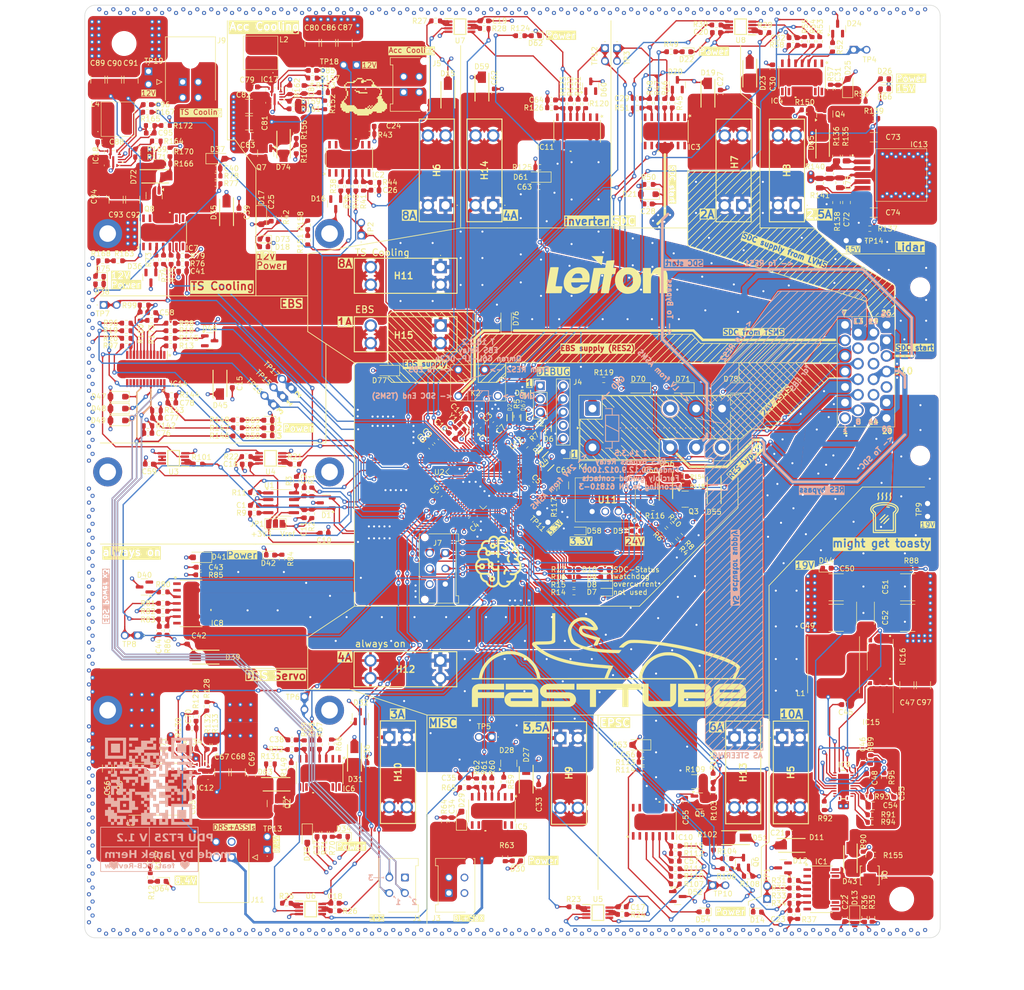
<source format=kicad_pcb>
(kicad_pcb
	(version 20240108)
	(generator "pcbnew")
	(generator_version "8.0")
	(general
		(thickness 1.6)
		(legacy_teardrops no)
	)
	(paper "A3")
	(title_block
		(title "PDU FT25")
		(date "2025-01-15")
		(rev "V1.2")
		(company "Janek Herm")
		(comment 1 "FasTTUBe Electronics")
	)
	(layers
		(0 "F.Cu" signal)
		(1 "In1.Cu" power)
		(2 "In2.Cu" signal)
		(31 "B.Cu" mixed)
		(32 "B.Adhes" user "B.Adhesive")
		(33 "F.Adhes" user "F.Adhesive")
		(34 "B.Paste" user)
		(35 "F.Paste" user)
		(36 "B.SilkS" user "B.Silkscreen")
		(37 "F.SilkS" user "F.Silkscreen")
		(38 "B.Mask" user)
		(39 "F.Mask" user)
		(40 "Dwgs.User" user "User.Drawings")
		(41 "Cmts.User" user "User.Comments")
		(42 "Eco1.User" user "User.Eco1")
		(43 "Eco2.User" user "User.Eco2")
		(44 "Edge.Cuts" user)
		(45 "Margin" user)
		(46 "B.CrtYd" user "B.Courtyard")
		(47 "F.CrtYd" user "F.Courtyard")
		(48 "B.Fab" user)
		(49 "F.Fab" user)
		(50 "User.1" user)
		(51 "User.2" user)
		(52 "User.3" user)
		(53 "User.4" user)
		(54 "User.5" user)
		(55 "User.6" user)
		(56 "User.7" user)
		(57 "User.8" user)
		(58 "User.9" user)
	)
	(setup
		(stackup
			(layer "F.SilkS"
				(type "Top Silk Screen")
			)
			(layer "F.Paste"
				(type "Top Solder Paste")
			)
			(layer "F.Mask"
				(type "Top Solder Mask")
				(thickness 0.01)
			)
			(layer "F.Cu"
				(type "copper")
				(thickness 0.035)
			)
			(layer "dielectric 1"
				(type "prepreg")
				(thickness 0.1)
				(material "FR4")
				(epsilon_r 4.5)
				(loss_tangent 0.02)
			)
			(layer "In1.Cu"
				(type "copper")
				(thickness 0.035)
			)
			(layer "dielectric 2"
				(type "core")
				(thickness 1.24)
				(material "FR4")
				(epsilon_r 4.5)
				(loss_tangent 0.02)
			)
			(layer "In2.Cu"
				(type "copper")
				(thickness 0.035)
			)
			(layer "dielectric 3"
				(type "prepreg")
				(thickness 0.1)
				(material "FR4")
				(epsilon_r 4.5)
				(loss_tangent 0.02)
			)
			(layer "B.Cu"
				(type "copper")
				(thickness 0.035)
			)
			(layer "B.Mask"
				(type "Bottom Solder Mask")
				(thickness 0.01)
			)
			(layer "B.Paste"
				(type "Bottom Solder Paste")
			)
			(layer "B.SilkS"
				(type "Bottom Silk Screen")
			)
			(copper_finish "None")
			(dielectric_constraints no)
		)
		(pad_to_mask_clearance 0)
		(allow_soldermask_bridges_in_footprints no)
		(pcbplotparams
			(layerselection 0x00010fc_ffffffff)
			(plot_on_all_layers_selection 0x0000000_00000000)
			(disableapertmacros no)
			(usegerberextensions no)
			(usegerberattributes yes)
			(usegerberadvancedattributes yes)
			(creategerberjobfile no)
			(dashed_line_dash_ratio 12.000000)
			(dashed_line_gap_ratio 3.000000)
			(svgprecision 4)
			(plotframeref no)
			(viasonmask no)
			(mode 1)
			(useauxorigin yes)
			(hpglpennumber 1)
			(hpglpenspeed 20)
			(hpglpendiameter 15.000000)
			(pdf_front_fp_property_popups yes)
			(pdf_back_fp_property_popups yes)
			(dxfpolygonmode yes)
			(dxfimperialunits yes)
			(dxfusepcbnewfont yes)
			(psnegative no)
			(psa4output no)
			(plotreference yes)
			(plotvalue no)
			(plotfptext yes)
			(plotinvisibletext no)
			(sketchpadsonfab no)
			(subtractmaskfromsilk yes)
			(outputformat 1)
			(mirror no)
			(drillshape 0)
			(scaleselection 1)
			(outputdirectory "gerber/")
		)
	)
	(net 0 "")
	(net 1 "GND")
	(net 2 "+3V3")
	(net 3 "stdCAN_H")
	(net 4 "/MCU/Vref")
	(net 5 "stdCAN_L")
	(net 6 "/MCU/NRST")
	(net 7 "Net-(D11-A2)")
	(net 8 "/powerstages/P_Out6a")
	(net 9 "/powerstages/IS4")
	(net 10 "Net-(D15-A2)")
	(net 11 "/connectors/P_Out1")
	(net 12 "/powerstages/IS1")
	(net 13 "Net-(D19-A2)")
	(net 14 "/powerstages/IS10")
	(net 15 "Net-(D23-A2)")
	(net 16 "/powerstages/P_Out9a")
	(net 17 "/powerstages/IS7")
	(net 18 "Net-(D27-A2)")
	(net 19 "/connectors/P_Out8")
	(net 20 "/powerstages/IS8")
	(net 21 "Net-(D31-A2)")
	(net 22 "/powerstages/P_Out5a")
	(net 23 "/powerstages/IS3")
	(net 24 "Net-(D35-A2)")
	(net 25 "/connectors/P_Out2")
	(net 26 "/powerstages/IS2")
	(net 27 "/connectors/P_Out9")
	(net 28 "/powerstages/IS9")
	(net 29 "Net-(IC9-CBOOT)")
	(net 30 "Net-(IC9-SW)")
	(net 31 "Net-(IC9-VCC)")
	(net 32 "Net-(D43-K)")
	(net 33 "Net-(IC9-PFM{slash}SYNC)")
	(net 34 "/connectors/P_Out4")
	(net 35 "Net-(C53-Pad2)")
	(net 36 "Net-(IC9-EXTCOMP)")
	(net 37 "Net-(D51-A2)")
	(net 38 "/connectors/P_Out5")
	(net 39 "/powerstages/IS5")
	(net 40 "Net-(D56-K)")
	(net 41 "Net-(D59-A2)")
	(net 42 "/connectors/P_Out6")
	(net 43 "/powerstages/IS6")
	(net 44 "Net-(IC12-SW)")
	(net 45 "Net-(IC12-BOOT)")
	(net 46 "/connectors/P_Out3")
	(net 47 "Net-(D63-K)")
	(net 48 "Net-(IC12-FB)")
	(net 49 "Net-(IC12-SS)")
	(net 50 "/connectors/P_Out7")
	(net 51 "Net-(IC13-FB)")
	(net 52 "Net-(D65-K)")
	(net 53 "Net-(IC13-SS)")
	(net 54 "/MCU/SWCLK")
	(net 55 "/MCU/SWDIO")
	(net 56 "/MCU/UART_RX")
	(net 57 "/MCU/UART_TX")
	(net 58 "Net-(D7-A)")
	(net 59 "Net-(D8-A)")
	(net 60 "Net-(D9-A)")
	(net 61 "Net-(D10-A)")
	(net 62 "Net-(D12-A)")
	(net 63 "unconnected-(D12-NC-Pad2)")
	(net 64 "Net-(D14-A)")
	(net 65 "Net-(D16-A)")
	(net 66 "unconnected-(D16-NC-Pad2)")
	(net 67 "Net-(D18-A)")
	(net 68 "Net-(D20-A)")
	(net 69 "unconnected-(D20-NC-Pad2)")
	(net 70 "Net-(D22-A)")
	(net 71 "Net-(D24-A)")
	(net 72 "unconnected-(D24-NC-Pad2)")
	(net 73 "Net-(D26-A)")
	(net 74 "Net-(D28-A)")
	(net 75 "unconnected-(D28-NC-Pad2)")
	(net 76 "Net-(D30-A)")
	(net 77 "unconnected-(D32-NC-Pad2)")
	(net 78 "Net-(D32-A)")
	(net 79 "Net-(D34-A)")
	(net 80 "Net-(D36-A)")
	(net 81 "unconnected-(D36-NC-Pad2)")
	(net 82 "Net-(D38-A)")
	(net 83 "Net-(D43-A)")
	(net 84 "Net-(D44-A)")
	(net 85 "Net-(D45-A2)")
	(net 86 "/powerstages/IS11")
	(net 87 "/connectors/P_Out12")
	(net 88 "unconnected-(D52-NC-Pad2)")
	(net 89 "Net-(D52-A)")
	(net 90 "Net-(D54-A)")
	(net 91 "Net-(D56-A)")
	(net 92 "Net-(D57-A)")
	(net 93 "Net-(D58-A)")
	(net 94 "unconnected-(D60-NC-Pad2)")
	(net 95 "Net-(D60-A)")
	(net 96 "Net-(D62-A)")
	(net 97 "Net-(D63-A)")
	(net 98 "Net-(D64-A)")
	(net 99 "Net-(D65-A)")
	(net 100 "Net-(D66-A)")
	(net 101 "/connectors/P_Out11")
	(net 102 "/connectors/P_Out10")
	(net 103 "Net-(D46-A)")
	(net 104 "+24V")
	(net 105 "Net-(IC1-IS)")
	(net 106 "Net-(IC1-GND)")
	(net 107 "Net-(IC1-IN)")
	(net 108 "Net-(IC1-DEN)")
	(net 109 "Net-(IC2-IS)")
	(net 110 "Net-(IC2-IN)")
	(net 111 "Net-(IC2-DEN)")
	(net 112 "Net-(IC2-GND)")
	(net 113 "Net-(IC3-IN)")
	(net 114 "Net-(IC3-GND)")
	(net 115 "Net-(IC3-IS)")
	(net 116 "Net-(IC3-DEN)")
	(net 117 "Net-(IC4-IN)")
	(net 118 "Net-(IC4-GND)")
	(net 119 "Net-(IC4-IS)")
	(net 120 "Net-(IC4-DEN)")
	(net 121 "Net-(IC5-GND)")
	(net 122 "Net-(IC5-DEN)")
	(net 123 "Net-(IC5-IS)")
	(net 124 "Net-(IC5-IN)")
	(net 125 "Net-(IC6-GND)")
	(net 126 "Net-(IC6-IN)")
	(net 127 "Net-(IC6-DEN)")
	(net 128 "Net-(IC6-IS)")
	(net 129 "Net-(IC7-IN)")
	(net 130 "Net-(IC7-IS)")
	(net 131 "Net-(IC7-GND)")
	(net 132 "Net-(IC7-DEN)")
	(net 133 "Net-(IC9-CNFG)")
	(net 134 "Net-(IC9-PG{slash}SYNCOUT)")
	(net 135 "Net-(IC9-RT)")
	(net 136 "Net-(IC9-ISNS+)")
	(net 137 "Net-(IC9-HO)")
	(net 138 "Net-(IC9-LO)")
	(net 139 "Net-(IC9-FB)")
	(net 140 "Net-(IC10-IS)")
	(net 141 "Net-(IC10-IN)")
	(net 142 "Net-(IC10-DEN)")
	(net 143 "Net-(IC10-GND)")
	(net 144 "Net-(IC11-DEN)")
	(net 145 "Net-(IC11-IS)")
	(net 146 "Net-(IC11-IN)")
	(net 147 "Net-(IC11-GND)")
	(net 148 "Net-(IC12-PG)")
	(net 149 "Net-(IC12-MODE)")
	(net 150 "Net-(IC12-EN)")
	(net 151 "Net-(IC13-RON)")
	(net 152 "Net-(IC13-EN)")
	(net 153 "/MCU/SWO")
	(net 154 "FDCAN_H")
	(net 155 "FDCAN_L")
	(net 156 "/RBR/SDC bypass")
	(net 157 "24V ASMS")
	(net 158 "Net-(JP1-C)")
	(net 159 "unconnected-(K1-Pad12)")
	(net 160 "unconnected-(K1-Pad24)")
	(net 161 "Net-(K1-PadA1)")
	(net 162 "unconnected-(D46-NC-Pad2)")
	(net 163 "Net-(IC14-DSEL1)")
	(net 164 "Net-(Q5-D)")
	(net 165 "Net-(Q5-G)")
	(net 166 "Net-(Q6-G)")
	(net 167 "Net-(Q6-D)")
	(net 168 "Net-(U1-Rs)")
	(net 169 "Net-(U2-PA0)")
	(net 170 "Net-(U2-BOOT0)")
	(net 171 "Net-(U2-PC0)")
	(net 172 "Net-(U2-PA11)")
	(net 173 "/MCU/CAN_RX")
	(net 174 "/MCU/CAN_TX")
	(net 175 "Net-(U2-PA12)")
	(net 176 "unconnected-(U2-PB7-Pad59)")
	(net 177 "unconnected-(U2-PA15-Pad50)")
	(net 178 "/MCU/STATUS_LED1")
	(net 179 "/MCU/STATUS_LED2")
	(net 180 "/MCU/STATUS_LED3")
	(net 181 "/MCU/STATUS_LED4")
	(net 182 "Net-(R12-Pad1)")
	(net 183 "Net-(U4A--)")
	(net 184 "/MCU/ISENSE1")
	(net 185 "Net-(U4B--)")
	(net 186 "/MCU/ISENSE2")
	(net 187 "/MCU/ISENSE3")
	(net 188 "Net-(U5A--)")
	(net 189 "Net-(U5B--)")
	(net 190 "/MCU/ISENSE4")
	(net 191 "/MCU/ISENSE5")
	(net 192 "Net-(U6A--)")
	(net 193 "Net-(U6B--)")
	(net 194 "/MCU/ISENSE6")
	(net 195 "/MCU/ISENSE7")
	(net 196 "Net-(U7A--)")
	(net 197 "Net-(U7B--)")
	(net 198 "/MCU/ISENSE8")
	(net 199 "/MCU/ISENSE9")
	(net 200 "Net-(U8A--)")
	(net 201 "Net-(U8B--)")
	(net 202 "/MCU/ISENSE10")
	(net 203 "/MCU/IN4")
	(net 204 "/MCU/IN1")
	(net 205 "/MCU/IN10")
	(net 206 "/MCU/IN7")
	(net 207 "/MCU/IN8")
	(net 208 "/MCU/IN3")
	(net 209 "/MCU/IN2")
	(net 210 "/MCU/IN9")
	(net 211 "/MCU/IN11")
	(net 212 "/MCU/IN12")
	(net 213 "/MCU/IN13")
	(net 214 "/MCU/PC_Read")
	(net 215 "/MCU/PC_EN")
	(net 216 "/MCU/IN5")
	(net 217 "/MCU/IN6")
	(net 218 "/MCU/XTAL_OUT")
	(net 219 "unconnected-(U2-PC5-Pad25)")
	(net 220 "Net-(IC14-GND)")
	(net 221 "unconnected-(U2-PC12-Pad53)")
	(net 222 "Net-(IC14-DEN)")
	(net 223 "Net-(IC14-IN2)")
	(net 224 "/MCU/XTAL_IN")
	(net 225 "unconnected-(U2-PD2-Pad54)")
	(net 226 "unconnected-(IC14-OUT3-Pad13)")
	(net 227 "Net-(IC14-IN0)")
	(net 228 "Net-(IC14-IN3)")
	(net 229 "Net-(IC14-DSEL0)")
	(net 230 "Net-(IC14-IN1)")
	(net 231 "Net-(IC14-IS)")
	(net 232 "/MCU/DSEL0")
	(net 233 "/MCU/DSEL1")
	(net 234 "Net-(U3A--)")
	(net 235 "/MCU/ISENSE11")
	(net 236 "Net-(U3B--)")
	(net 237 "unconnected-(IC9-NC_1-Pad1)")
	(net 238 "unconnected-(IC9-NC_2-Pad2)")
	(net 239 "unconnected-(IC9-NC_4-Pad23)")
	(net 240 "unconnected-(IC9-NC_3-Pad22)")
	(net 241 "unconnected-(IC9-NC_5-Pad24)")
	(net 242 "Net-(D50-A)")
	(net 243 "Net-(D68-A)")
	(net 244 "Net-(D69-A)")
	(net 245 "/connectors/P_Out14")
	(net 246 "/connectors/P_Out13")
	(net 247 "Net-(IC17-SW)")
	(net 248 "Net-(IC17-BOOT)")
	(net 249 "Net-(D72-K)")
	(net 250 "Net-(IC17-FB)")
	(net 251 "Net-(IC17-SS)")
	(net 252 "Net-(IC18-BOOT)")
	(net 253 "Net-(IC18-SW)")
	(net 254 "Net-(D74-K)")
	(net 255 "Net-(IC18-FB)")
	(net 256 "Net-(IC18-SS)")
	(net 257 "Net-(D72-A)")
	(net 258 "Net-(D73-A)")
	(net 259 "Net-(D74-A)")
	(net 260 "Net-(D75-A)")
	(net 261 "Net-(IC17-PG)")
	(net 262 "Net-(IC17-MODE)")
	(net 263 "Net-(IC17-EN)")
	(net 264 "Net-(IC18-PG)")
	(net 265 "Net-(IC18-MODE)")
	(net 266 "Net-(IC18-EN)")
	(net 267 "Net-(R151-Pad2)")
	(net 268 "Net-(R163-Pad2)")
	(net 269 "EBS supply")
	(net 270 "AS actuator supply")
	(net 271 "unconnected-(IC1-NC-Pad7)")
	(net 272 "unconnected-(IC1-NC-Pad1)")
	(net 273 "unconnected-(IC1-NC-Pad14)")
	(net 274 "unconnected-(IC1-NC-Pad8)")
	(net 275 "unconnected-(IC1-NC-Pad9)")
	(net 276 "unconnected-(IC1-NC-Pad13)")
	(net 277 "unconnected-(IC1-NC-Pad2)")
	(net 278 "unconnected-(IC2-NC-Pad2)")
	(net 279 "unconnected-(IC2-NC-Pad7)")
	(net 280 "unconnected-(IC2-NC-Pad8)")
	(net 281 "unconnected-(IC2-NC-Pad14)")
	(net 282 "unconnected-(IC2-NC-Pad1)")
	(net 283 "unconnected-(IC2-NC-Pad9)")
	(net 284 "unconnected-(IC2-NC-Pad13)")
	(net 285 "unconnected-(IC3-NC-Pad8)")
	(net 286 "unconnected-(IC3-NC-Pad1)")
	(net 287 "unconnected-(IC3-NC-Pad7)")
	(net 288 "unconnected-(IC3-NC-Pad14)")
	(net 289 "unconnected-(IC3-NC-Pad13)")
	(net 290 "unconnected-(IC3-NC-Pad9)")
	(net 291 "unconnected-(IC3-NC-Pad2)")
	(net 292 "unconnected-(IC4-NC-Pad2)")
	(net 293 "unconnected-(IC4-NC-Pad1)")
	(net 294 "unconnected-(IC4-NC-Pad13)")
	(net 295 "unconnected-(IC4-NC-Pad7)")
	(net 296 "unconnected-(IC4-NC-Pad9)")
	(net 297 "unconnected-(IC4-NC-Pad8)")
	(net 298 "unconnected-(IC4-NC-Pad14)")
	(net 299 "unconnected-(IC5-NC-Pad1)")
	(net 300 "unconnected-(IC5-NC-Pad8)")
	(net 301 "unconnected-(IC5-NC-Pad9)")
	(net 302 "unconnected-(IC5-NC-Pad14)")
	(net 303 "unconnected-(IC5-NC-Pad13)")
	(net 304 "unconnected-(IC5-NC-Pad2)")
	(net 305 "unconnected-(IC5-NC-Pad7)")
	(net 306 "unconnected-(IC6-NC-Pad14)")
	(net 307 "unconnected-(IC6-NC-Pad2)")
	(net 308 "unconnected-(IC6-NC-Pad7)")
	(net 309 "unconnected-(IC6-NC-Pad1)")
	(net 310 "unconnected-(IC6-NC-Pad9)")
	(net 311 "unconnected-(IC6-NC-Pad8)")
	(net 312 "unconnected-(IC6-NC-Pad13)")
	(net 313 "unconnected-(IC7-NC-Pad1)")
	(net 314 "unconnected-(IC7-NC-Pad9)")
	(net 315 "unconnected-(IC7-NC-Pad14)")
	(net 316 "unconnected-(IC7-NC-Pad13)")
	(net 317 "unconnected-(IC7-NC-Pad7)")
	(net 318 "unconnected-(IC7-NC-Pad8)")
	(net 319 "unconnected-(IC7-NC-Pad2)")
	(net 320 "unconnected-(IC10-NC-Pad14)")
	(net 321 "unconnected-(IC10-NC-Pad8)")
	(net 322 "unconnected-(IC10-NC-Pad13)")
	(net 323 "unconnected-(IC10-NC-Pad9)")
	(net 324 "unconnected-(IC10-NC-Pad1)")
	(net 325 "unconnected-(IC10-NC-Pad7)")
	(net 326 "unconnected-(IC10-NC-Pad2)")
	(net 327 "unconnected-(IC11-NC-Pad1)")
	(net 328 "unconnected-(IC11-NC-Pad13)")
	(net 329 "unconnected-(IC11-NC-Pad2)")
	(net 330 "unconnected-(IC11-NC-Pad7)")
	(net 331 "unconnected-(IC11-NC-Pad9)")
	(net 332 "unconnected-(IC11-NC-Pad8)")
	(net 333 "unconnected-(IC11-NC-Pad14)")
	(net 334 "unconnected-(IC14-NC-Pad21)")
	(net 335 "unconnected-(IC14-NC-Pad19)")
	(net 336 "unconnected-(IC14-NC-Pad15)")
	(net 337 "unconnected-(IC14-NC-Pad18)")
	(net 338 "unconnected-(IC14-NC-Pad23)")
	(net 339 "unconnected-(IC14-NC-Pad22)")
	(net 340 "unconnected-(IC14-NC-Pad14)")
	(net 341 "unconnected-(IC14-NC-Pad12)")
	(net 342 "unconnected-(IC14-NC-Pad1)")
	(net 343 "unconnected-(IC14-NC-Pad16)")
	(net 344 "/EBSR/EBS power")
	(net 345 "unconnected-(U2-PC14-Pad3)")
	(net 346 "unconnected-(U2-PC15-Pad4)")
	(net 347 "unconnected-(U2-PC13-Pad2)")
	(net 348 "Net-(R100-Pad1)")
	(net 349 "/RBR/RES")
	(net 350 "TSMS SDC")
	(net 351 "unconnected-(IC14-NC-Pad3)")
	(net 352 "unconnected-(U2-PB0-Pad26)")
	(net 353 "Net-(D39-A2)")
	(net 354 "unconnected-(D40-NC-Pad2)")
	(net 355 "Net-(D40-A)")
	(net 356 "Net-(D42-A)")
	(net 357 "unconnected-(IC8-NC-Pad8)")
	(net 358 "unconnected-(IC8-NC-Pad13)")
	(net 359 "Net-(IC8-IN)")
	(net 360 "unconnected-(IC8-NC-Pad9)")
	(net 361 "unconnected-(IC8-NC-Pad1)")
	(net 362 "Net-(IC8-DEN)")
	(net 363 "Net-(IC8-GND)")
	(net 364 "Net-(IC8-IS)")
	(net 365 "unconnected-(IC8-NC-Pad2)")
	(net 366 "unconnected-(IC8-NC-Pad14)")
	(net 367 "unconnected-(IC8-NC-Pad7)")
	(net 368 "unconnected-(J10-Pin_15-Pad15)")
	(net 369 "unconnected-(J10-Pin_17-Pad17)")
	(footprint "5025:5025" (layer "F.Cu") (at 165.32 98.46 90))
	(footprint "Resistor_SMD:R_0603_1608Metric" (layer "F.Cu") (at 161.375 88.955 90))
	(footprint "Resistor_SMD:R_0603_1608Metric" (layer "F.Cu") (at 128.645 103.135 -90))
	(footprint "Capacitor_SMD:C_1210_3225Metric" (layer "F.Cu") (at 162.225 61.275 90))
	(footprint "BTT6010-1ERB:SOIC14_BTT6010-1ERB_INF" (layer "F.Cu") (at 163.019 83.649799 90))
	(footprint "824501241:DIOM5127X250N" (layer "F.Cu") (at 139.345 93.995 -90))
	(footprint "Resistor_SMD:R_0603_1608Metric" (layer "F.Cu") (at 122.555 83.275))
	(footprint "Package_TO_SOT_SMD:SOT-23" (layer "F.Cu") (at 124.75 106.535 -90))
	(footprint "Package_TO_SOT_SMD:SOT-23" (layer "F.Cu") (at 165.14 191.314998 90))
	(footprint "Resistor_SMD:R_0603_1608Metric" (layer "F.Cu") (at 135.615001 196.775 90))
	(footprint "Resistor_SMD:R_0603_1608Metric" (layer "F.Cu") (at 155.915 68.065))
	(footprint "Capacitor_SMD:C_1210_3225Metric" (layer "F.Cu") (at 143.685 76.725 180))
	(footprint "Resistor_SMD:R_0603_1608Metric" (layer "F.Cu") (at 135.545001 189.315 -90))
	(footprint "LED_SMD:LED_0603_1608Metric" (layer "F.Cu") (at 266.295 70.155 180))
	(footprint "brain:heart" (layer "F.Cu") (at 117.6 220.05))
	(footprint "Resistor_SMD:R_0603_1608Metric" (layer "F.Cu") (at 127.585 77.225))
	(footprint "ESD321DYAR:SODFL1608X77N" (layer "F.Cu") (at 193.99 133.625 -90))
	(footprint "Diode_SMD:D_SOD-123F" (layer "F.Cu") (at 218.94 127.854999 180))
	(footprint "5025:5025" (layer "F.Cu") (at 147.190001 216.99 90))
	(footprint "Resistor_SMD:R_0603_1608Metric" (layer "F.Cu") (at 147.805 200.415))
	(footprint "5025:5025" (layer "F.Cu") (at 261.38 99.44 180))
	(footprint "MountingHole:MountingHole_3.2mm_M3_DIN965_Pad" (layer "F.Cu") (at 116.41 144.08 -90))
	(footprint "Resistor_SMD:R_0603_1608Metric" (layer "F.Cu") (at 254.645 208.515 -90))
	(footprint "3557-15:355715" (layer "F.Cu") (at 180.58 180.485 180))
	(footprint "Resistor_SMD:R_0603_1608Metric" (layer "F.Cu") (at 264.205001 75.855))
	(footprint "Capacitor_SMD:C_0603_1608Metric" (layer "F.Cu") (at 156.795 213.675001 -90))
	(footprint "Resistor_SMD:R_0603_1608Metric" (layer "F.Cu") (at 120.005477 118.297452))
	(footprint "MountingHole:MountingHole_4.3mm_M4" (layer "F.Cu") (at 119.575 226.345))
	(footprint "Capacitor_SMD:C_1210_3225Metric" (layer "F.Cu") (at 138.414747 202.063428 90))
	(footprint "Diode_SMD:D_SOD-123F" (layer "F.Cu") (at 146.065 94.88 -90))
	(footprint "Capacitor_SMD:C_0603_1608Metric" (layer "F.Cu") (at 185.205 203.145 180))
	(footprint "Resistor_SMD:R_0603_1608Metric" (layer "F.Cu") (at 225.925 220.675))
	(footprint "Resistor_SMD:R_0603_1608Metric"
		(layer "F.Cu")
		(uuid "15025461-dcc7-4f61-9542-8f8e8ec99700")
		(at 154.995 99.365 90)
		(descr "Resistor SMD 0603 (1608 Metric), square (rectangular) end terminal, IPC_7351 nominal, (Body size source: IPC-SM-782 page 72, https://www.pcb-3d.com/wordpress/wp-content/uploads/ipc-sm-782a_amendment_1_and_2.pdf), generated with kicad-footprint-generator")
		(tags "resistor")
		(property "Reference" "R151"
			(at -0.65 -1.42 90)
			(layer "F.SilkS")
			(uuid "122f886c-686c-4dca-9df4-687a2b60e366")
			(effects
				(font
					(size 1 1)
					(thickness 0.15)
				)
			)
		)
		(property "Value" "1k"
			(at 0 1.43 90)
			(layer "F.Fab")
			(uuid "a592b584-abae-4bea-8bc8-0a8ffebe0b80")
			(effects
				(font
					(size 1 1)
					(thickness 0.15)
				)
			)
		)
		(property "Footprint" "Resistor_SMD:R_0603_1608Metric"
			(at 0 0 90)
			(unlocked yes)
			(layer "F.Fab")
			(hide yes)
			(uuid "1c5f638a-4832-4642-88d6-97d1baf0f576")
			(effects
				(font
					(size 1.27 1.27)
					(thickness 0.15)
				)
			)
		)
		(property "Datasheet" ""
			(at 0 0 90)
			(unlocked yes)
			(layer "F.Fab")
			(hide yes)
			(uuid "59d60a19-0eeb-4754-9aba-e42d43305fa7")
			(effects
				(font
					(size 1.27 1.27)
					(thickness 0.15)
				)
			)
		)
		(property "Description" "Resistor, small symbol"
			(at 0 0 90)
			(unlocked yes)
			(layer "F.Fab")
			(hide yes)
			(uuid "33615a10-7215-4795-96b9-fa93cea6c121")
			(effects
				(font
					(size 1.27 1.27)
					(thickness 0.15)
				)
			)
		)
		(property ki_fp_filters "R_*")
		(path "/780d04e9-366d-4b48-88f6-229428c96c3a/2688228a-78b0-463b-82bd-42a0dedab640/a31b0199-c63c-4e83-8127-1fac1a9facaf")
		(sheetname "ACC pump DCDC")
		(sheetfile "pumpDCDC.kicad_sch")
		(attr smd)
		(fp_line
			(start -0.237258 -0.5225)
			(end 0.237258 -0.5225)
			(stroke
				(width 0.12)
				(type solid)
			)
			(layer "F.SilkS")
			(uuid "dc8e5fd8-4ca3-4c1d-b1f5-6eaae540711d")
		)
		(fp_line
			(start -0.237258 0.5225)
			(end 0.237258 0.5225)
			(stroke
				(width 0.12)
				(type solid)
			)
			(layer "F.SilkS")
			(uuid "6c0a18d3-6077-4bcb-825a-872d2e6b7716")
		)
		(fp_line
			(start 1.48 -0.73)
			(end 1.48 0.73)
			(stroke
				(width 0.05)
				(type solid)
			)
			(layer "F.CrtYd")
			(uuid "7313f3b4-9a54-4d87-8c75-088e5090a017")
		)
		(fp_line
			(start -1.48 -0.73)
			(end 1.48 -0.73)
			(stroke
				(width 0.05)
				(type solid)
			)
			(layer "F.CrtYd")
			(uuid "6af3927a-7d15-47f2-a5a0-8445f1b4c182")
		)
		(fp_line
			(start 1.48 0.73)
			(end -1.48 0.73)
			(stroke
				(width 0.05)
				(type solid)
			)
			(layer "F.CrtYd")
			(uuid "72e13f33-6639-4f39-84e2-7a3d4ba4715a")
		)
		(fp_line
			(start -1.48 0.73)
			(end -1.48 -0.73)
			(stroke
				(width 0.05)
				(type solid)
			)
			(layer "F.CrtYd")
			(uuid "ff98d762-9a6b-4848-89e9-20b6125bce37")
		)
		(fp_line
			(start 0.8 -0.4125)
			(end 0.8 0.4125)
			(stroke
				(width 0.1)
				(type solid)
			)
			(layer "F.Fab")
			(uuid "fe961a65-105c-43a7-89d7-5c7c44acd8a1")
		)
		(fp_line
			(start -0.8 -0.4125)
			(end 0.8 -0.4125)
			(stroke
				(width 0.1)
				(type solid)
			)
			(layer "F.Fab")
			(uuid "bb8064fe-6479-4ead-87cb-214fa68d7676")
		)
		(fp_line
			(start 0.8 0.4125)
			(end -0.8 0.4125)
			(stroke
				(width 0.1)
				(type solid)
			)
			(layer "F.Fab")
			(uuid "0ba98a26-6841-4152-aae7-55d7e1c78c39")
		)
		(fp_line

... [9230452 chars truncated]
</source>
